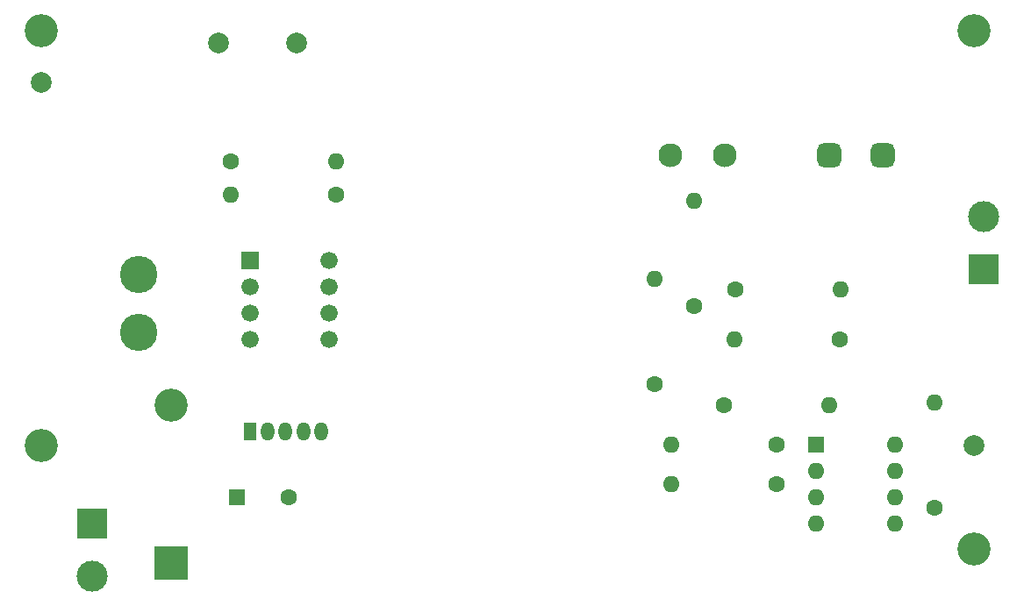
<source format=gbr>
%TF.GenerationSoftware,KiCad,Pcbnew,(6.0.11)*%
%TF.CreationDate,2023-02-09T14:29:28+00:00*%
%TF.ProjectId,mppt charger,6d707074-2063-4686-9172-6765722e6b69,rev?*%
%TF.SameCoordinates,Original*%
%TF.FileFunction,Soldermask,Bot*%
%TF.FilePolarity,Negative*%
%FSLAX46Y46*%
G04 Gerber Fmt 4.6, Leading zero omitted, Abs format (unit mm)*
G04 Created by KiCad (PCBNEW (6.0.11)) date 2023-02-09 14:29:28*
%MOMM*%
%LPD*%
G01*
G04 APERTURE LIST*
G04 Aperture macros list*
%AMRoundRect*
0 Rectangle with rounded corners*
0 $1 Rounding radius*
0 $2 $3 $4 $5 $6 $7 $8 $9 X,Y pos of 4 corners*
0 Add a 4 corners polygon primitive as box body*
4,1,4,$2,$3,$4,$5,$6,$7,$8,$9,$2,$3,0*
0 Add four circle primitives for the rounded corners*
1,1,$1+$1,$2,$3*
1,1,$1+$1,$4,$5*
1,1,$1+$1,$6,$7*
1,1,$1+$1,$8,$9*
0 Add four rect primitives between the rounded corners*
20,1,$1+$1,$2,$3,$4,$5,0*
20,1,$1+$1,$4,$5,$6,$7,0*
20,1,$1+$1,$6,$7,$8,$9,0*
20,1,$1+$1,$8,$9,$2,$3,0*%
G04 Aperture macros list end*
%ADD10RoundRect,0.575000X0.575000X0.575000X-0.575000X0.575000X-0.575000X-0.575000X0.575000X-0.575000X0*%
%ADD11C,2.300000*%
%ADD12R,1.600000X1.600000*%
%ADD13O,1.600000X1.600000*%
%ADD14R,1.676400X1.676400*%
%ADD15C,1.676400*%
%ADD16C,1.600000*%
%ADD17C,3.200000*%
%ADD18C,2.000000*%
%ADD19C,3.600000*%
%ADD20R,3.200000X3.200000*%
%ADD21O,3.200000X3.200000*%
%ADD22R,1.275000X1.800000*%
%ADD23O,1.275000X1.800000*%
%ADD24R,3.000000X3.000000*%
%ADD25C,3.000000*%
G04 APERTURE END LIST*
D10*
%TO.C,F1*%
X132050000Y-47000000D03*
X137250000Y-47000000D03*
D11*
X121950000Y-47000000D03*
X116750000Y-47000000D03*
%TD*%
D12*
%TO.C,U4*%
X130820000Y-74940000D03*
D13*
X130820000Y-77480000D03*
X130820000Y-80020000D03*
X130820000Y-82560000D03*
X138440000Y-82560000D03*
X138440000Y-80020000D03*
X138440000Y-77480000D03*
X138440000Y-74940000D03*
%TD*%
D14*
%TO.C,U2*%
X76200000Y-57150000D03*
D15*
X76200000Y-59690000D03*
X76200000Y-62230000D03*
X76200000Y-64770000D03*
X83820000Y-64770000D03*
X83820000Y-62230000D03*
X83820000Y-59690000D03*
X83820000Y-57150000D03*
%TD*%
D16*
%TO.C,9k1*%
X133096000Y-64770000D03*
D13*
X122936000Y-64770000D03*
%TD*%
D17*
%TO.C,REF\u002A\u002A*%
X146000000Y-85000000D03*
%TD*%
%TO.C,REF\u002A\u002A*%
X56000000Y-35000000D03*
%TD*%
D16*
%TO.C,Rf1*%
X121920000Y-71120000D03*
D13*
X132080000Y-71120000D03*
%TD*%
D18*
%TO.C,H1*%
X146000000Y-75000000D03*
%TD*%
D19*
%TO.C,L1*%
X65405000Y-64135000D03*
X65405000Y-58555000D03*
%TD*%
D12*
%TO.C,Cin1*%
X74930000Y-80010000D03*
D16*
X79930000Y-80010000D03*
%TD*%
D17*
%TO.C,REF\u002A\u002A*%
X56000000Y-75000000D03*
%TD*%
D16*
%TO.C,1k3*%
X123000000Y-59950000D03*
D13*
X133160000Y-59950000D03*
%TD*%
D16*
%TO.C,Rshunt2*%
X127000000Y-78720000D03*
D13*
X116840000Y-78720000D03*
%TD*%
D20*
%TO.C,D1*%
X68580000Y-86360000D03*
D21*
X68580000Y-71120000D03*
%TD*%
D16*
%TO.C,1k8*%
X119000000Y-61595000D03*
D13*
X119000000Y-51435000D03*
%TD*%
D17*
%TO.C,REF\u002A\u002A*%
X146000000Y-35000000D03*
%TD*%
D16*
%TO.C,Rshunt1*%
X127000000Y-74930000D03*
D13*
X116840000Y-74930000D03*
%TD*%
D16*
%TO.C,Rpot1*%
X74295000Y-47625000D03*
D13*
X84455000Y-47625000D03*
%TD*%
D22*
%TO.C,U1*%
X76200000Y-73660000D03*
D23*
X77900000Y-73660000D03*
X79600000Y-73660000D03*
X81300000Y-73660000D03*
X83000000Y-73660000D03*
%TD*%
D16*
%TO.C,Rpot2*%
X84455000Y-50800000D03*
D13*
X74295000Y-50800000D03*
%TD*%
D24*
%TO.C,Jout1*%
X147000000Y-58000000D03*
D25*
X147000000Y-52920000D03*
%TD*%
D16*
%TO.C,3k9*%
X142240000Y-81080000D03*
D13*
X142240000Y-70920000D03*
%TD*%
D24*
%TO.C,Jin1*%
X60960000Y-82550000D03*
D25*
X60960000Y-87630000D03*
%TD*%
D18*
%TO.C,Cout1*%
X80645000Y-36195000D03*
X73145000Y-36195000D03*
%TD*%
D16*
%TO.C,8k2*%
X115250000Y-69080000D03*
D13*
X115250000Y-58920000D03*
%TD*%
D18*
%TO.C,H2*%
X56000000Y-40000000D03*
%TD*%
M02*

</source>
